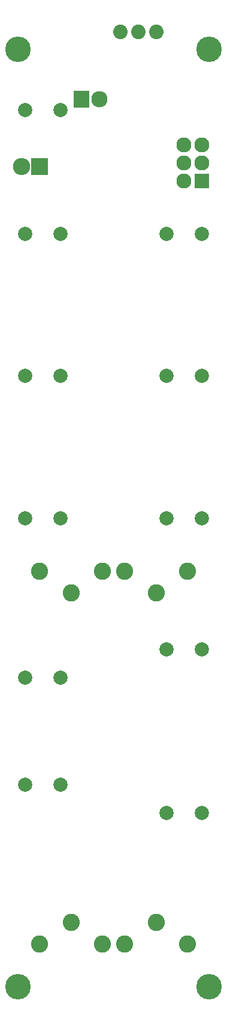
<source format=gbs>
G04 #@! TF.FileFunction,Soldermask,Bot*
%FSLAX46Y46*%
G04 Gerber Fmt 4.6, Leading zero omitted, Abs format (unit mm)*
G04 Created by KiCad (PCBNEW 4.0.4+e1-6308~48~ubuntu14.04.1-stable) date Thu Dec 22 12:45:23 2016*
%MOMM*%
%LPD*%
G01*
G04 APERTURE LIST*
%ADD10C,0.100000*%
%ADD11R,2.127200X2.127200*%
%ADD12O,2.127200X2.127200*%
%ADD13C,2.050000*%
%ADD14R,2.300000X2.400000*%
%ADD15C,2.300000*%
%ADD16C,2.420000*%
%ADD17C,2.000000*%
%ADD18C,3.600000*%
%ADD19R,2.432000X2.432000*%
%ADD20O,2.432000X2.432000*%
G04 APERTURE END LIST*
D10*
D11*
X150000000Y-55000000D03*
D12*
X147460000Y-55000000D03*
X150000000Y-52460000D03*
X147460000Y-52460000D03*
X150000000Y-49920000D03*
X147460000Y-49920000D03*
D13*
X138460000Y-34000000D03*
X141000000Y-34000000D03*
X143540000Y-34000000D03*
D14*
X132960000Y-43500000D03*
D15*
X135500000Y-43500000D03*
D16*
X127055000Y-110000000D03*
X135945000Y-110000000D03*
X131500000Y-113050000D03*
X147945000Y-162500000D03*
X139055000Y-162500000D03*
X143500000Y-159450000D03*
X139055000Y-110000000D03*
X147945000Y-110000000D03*
X143500000Y-113050000D03*
X135945000Y-162500000D03*
X127055000Y-162500000D03*
X131500000Y-159450000D03*
D17*
X130000000Y-45000000D03*
X125000000Y-45000000D03*
X130000000Y-102500000D03*
X125000000Y-102500000D03*
X145000000Y-144000000D03*
X150000000Y-144000000D03*
X145000000Y-82500000D03*
X150000000Y-82500000D03*
X130000000Y-62500000D03*
X125000000Y-62500000D03*
X130000000Y-125000000D03*
X125000000Y-125000000D03*
X145000000Y-121000000D03*
X150000000Y-121000000D03*
X145000000Y-62500000D03*
X150000000Y-62500000D03*
X130000000Y-82500000D03*
X125000000Y-82500000D03*
X130000000Y-140000000D03*
X125000000Y-140000000D03*
X145000000Y-102500000D03*
X150000000Y-102500000D03*
D18*
X124000000Y-36500000D03*
X151000000Y-36500000D03*
D19*
X127000000Y-53000000D03*
D20*
X124460000Y-53000000D03*
D18*
X151000000Y-168500000D03*
X124000000Y-168500000D03*
M02*

</source>
